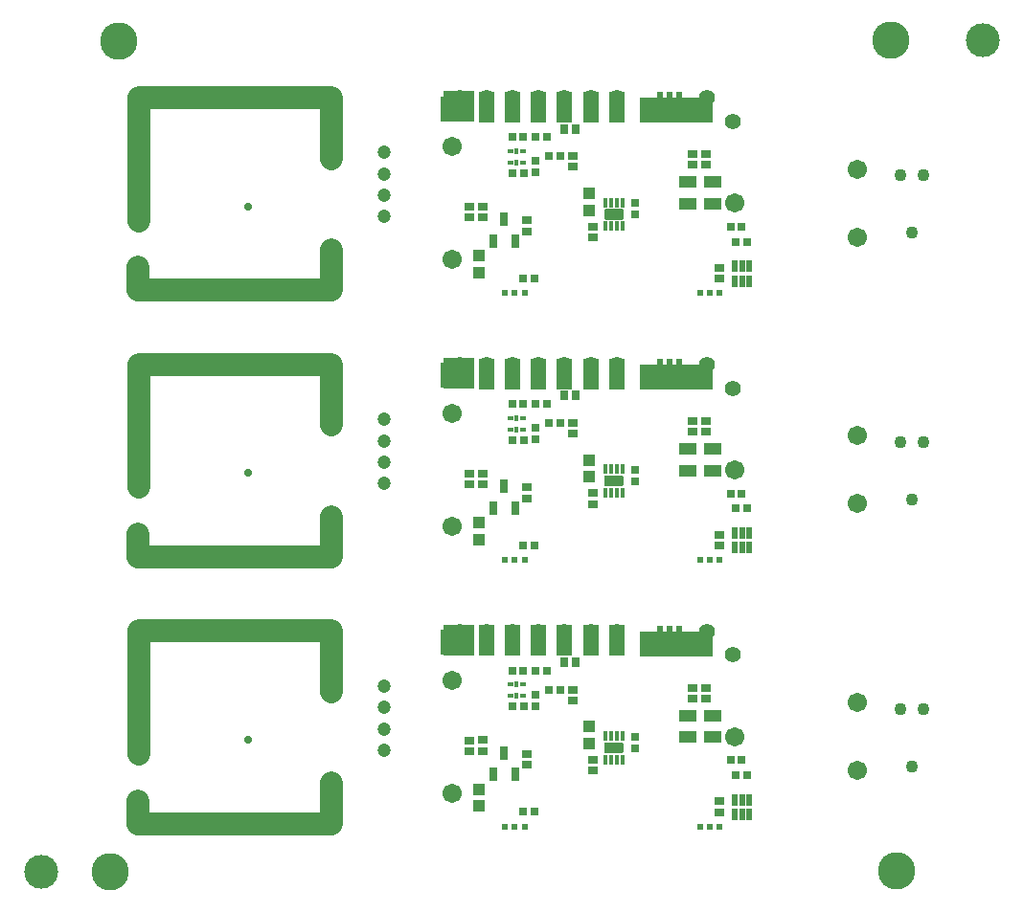
<source format=gts>
G04*
G04 #@! TF.GenerationSoftware,Altium Limited,Altium Designer,19.1.8 (144)*
G04*
G04 Layer_Color=8388736*
%FSAX25Y25*%
%MOIN*%
G70*
G01*
G75*
%ADD31C,0.04724*%
%ADD79R,0.25591X0.08511*%
%ADD80R,0.11575X0.09055*%
%ADD81C,0.07874*%
%ADD82C,0.11811*%
%ADD83R,0.02769X0.03162*%
%ADD84R,0.03320X0.03162*%
%ADD85R,0.02375X0.04343*%
%ADD86R,0.02690X0.04540*%
%ADD87R,0.10642X0.10642*%
%ADD88R,0.03950X0.03950*%
%ADD89R,0.02165X0.01772*%
%ADD90R,0.01575X0.01968*%
%ADD91R,0.05524X0.10642*%
%ADD92R,0.03162X0.02769*%
%ADD93R,0.01772X0.03347*%
%ADD94R,0.02769X0.02769*%
%ADD95R,0.03162X0.03320*%
%ADD96R,0.05918X0.04343*%
%ADD97C,0.13005*%
%ADD98C,0.02375*%
%ADD99C,0.05524*%
%ADD100C,0.04343*%
%ADD101C,0.06706*%
%ADD102C,0.02769*%
G36*
X0328823Y0343785D02*
X0328823Y0343785D01*
X0328823Y0343785D01*
X0328849Y0343784D01*
X0328875Y0343782D01*
X0328875Y0343782D01*
X0328876Y0343782D01*
X0328899Y0343777D01*
X0328926Y0343772D01*
X0328927Y0343772D01*
X0328927Y0343772D01*
X0328951Y0343763D01*
X0328976Y0343755D01*
X0328976Y0343755D01*
X0328977Y0343755D01*
X0329001Y0343743D01*
X0329023Y0343732D01*
X0329023Y0343731D01*
X0329024Y0343731D01*
X0329045Y0343717D01*
X0329067Y0343703D01*
X0329067Y0343702D01*
X0329067Y0343702D01*
X0329087Y0343685D01*
X0329106Y0343668D01*
X0329106Y0343668D01*
X0329107Y0343668D01*
X0329122Y0343649D01*
X0329141Y0343629D01*
X0329141Y0343628D01*
X0329141Y0343628D01*
X0329154Y0343608D01*
X0329170Y0343585D01*
X0329170Y0343585D01*
X0329170Y0343584D01*
X0329181Y0343562D01*
X0329193Y0343538D01*
X0329193Y0343538D01*
X0329193Y0343537D01*
X0329202Y0343511D01*
X0329210Y0343488D01*
X0329210Y0343488D01*
X0329210Y0343488D01*
X0329216Y0343460D01*
X0329220Y0343437D01*
X0329220Y0343437D01*
X0329220Y0343436D01*
X0329222Y0343409D01*
X0329223Y0343385D01*
X0329223Y0343384D01*
X0329223Y0343384D01*
X0329219Y0340471D01*
X0329217Y0340446D01*
X0329215Y0340420D01*
X0329215Y0340419D01*
X0329215Y0340419D01*
X0329210Y0340396D01*
X0329205Y0340368D01*
X0329205Y0340368D01*
X0329205Y0340368D01*
X0329197Y0340345D01*
X0329188Y0340318D01*
X0329188Y0340318D01*
X0329188Y0340318D01*
X0329177Y0340296D01*
X0329165Y0340271D01*
X0329165Y0340271D01*
X0329165Y0340271D01*
X0329150Y0340249D01*
X0329136Y0340228D01*
X0329136Y0340228D01*
X0329135Y0340227D01*
X0329117Y0340207D01*
X0329101Y0340188D01*
X0329101Y0340188D01*
X0329101Y0340188D01*
X0329082Y0340171D01*
X0329062Y0340154D01*
X0329062Y0340154D01*
X0329061Y0340153D01*
X0329039Y0340139D01*
X0329018Y0340125D01*
X0329018Y0340125D01*
X0329018Y0340124D01*
X0328992Y0340112D01*
X0328971Y0340102D01*
X0328971Y0340101D01*
X0328971Y0340101D01*
X0328943Y0340092D01*
X0328922Y0340085D01*
X0328921Y0340085D01*
X0328921Y0340085D01*
X0328892Y0340079D01*
X0328870Y0340074D01*
X0328870Y0340074D01*
X0328869Y0340074D01*
X0328842Y0340073D01*
X0328818Y0340071D01*
X0328817D01*
X0323091Y0340071D01*
X0323091D01*
X0323060Y0340073D01*
X0323039Y0340074D01*
X0323039Y0340074D01*
X0323039D01*
X0323018Y0340079D01*
X0322987Y0340085D01*
X0322987Y0340085D01*
X0322985Y0340086D01*
X0322938Y0340102D01*
X0322891Y0340125D01*
X0322891Y0340125D01*
X0322891Y0340125D01*
X0322876Y0340135D01*
X0322847Y0340154D01*
X0322847Y0340154D01*
X0322847Y0340154D01*
X0322826Y0340173D01*
X0322808Y0340189D01*
X0322808Y0340189D01*
X0322808Y0340189D01*
X0322792Y0340207D01*
X0322773Y0340228D01*
X0322773Y0340228D01*
X0322773Y0340228D01*
X0322754Y0340257D01*
X0322744Y0340271D01*
X0322744Y0340272D01*
X0322744Y0340272D01*
X0322721Y0340319D01*
X0322705Y0340366D01*
X0322704Y0340368D01*
X0322704Y0340368D01*
X0322698Y0340399D01*
X0322694Y0340420D01*
Y0340420D01*
X0322694Y0340420D01*
X0322692Y0340441D01*
X0322690Y0340472D01*
Y0340472D01*
Y0340472D01*
X0322691Y0343386D01*
X0322694Y0343438D01*
X0322699Y0343459D01*
X0322705Y0343490D01*
X0322722Y0343539D01*
X0322745Y0343586D01*
X0322745Y0343586D01*
X0322774Y0343630D01*
X0322804Y0343664D01*
X0322809Y0343669D01*
X0322809D01*
Y0343669D01*
X0322814Y0343674D01*
X0322848Y0343704D01*
X0322892Y0343733D01*
X0322892Y0343733D01*
X0322939Y0343756D01*
X0322988Y0343773D01*
X0323019Y0343779D01*
X0323040Y0343783D01*
X0323092Y0343787D01*
X0323092D01*
X0328823Y0343785D01*
D02*
G37*
G36*
Y0250872D02*
X0328823Y0250872D01*
X0328823Y0250872D01*
X0328849Y0250870D01*
X0328875Y0250869D01*
X0328875Y0250869D01*
X0328876Y0250869D01*
X0328899Y0250864D01*
X0328926Y0250858D01*
X0328927Y0250858D01*
X0328927Y0250858D01*
X0328951Y0250850D01*
X0328976Y0250841D01*
X0328976Y0250841D01*
X0328977Y0250841D01*
X0329001Y0250829D01*
X0329023Y0250818D01*
X0329023Y0250818D01*
X0329024Y0250818D01*
X0329045Y0250803D01*
X0329067Y0250789D01*
X0329067Y0250789D01*
X0329067Y0250789D01*
X0329087Y0250771D01*
X0329106Y0250754D01*
X0329106Y0250754D01*
X0329107Y0250754D01*
X0329122Y0250736D01*
X0329141Y0250715D01*
X0329141Y0250715D01*
X0329141Y0250715D01*
X0329154Y0250695D01*
X0329170Y0250672D01*
X0329170Y0250671D01*
X0329170Y0250671D01*
X0329181Y0250648D01*
X0329193Y0250624D01*
X0329193Y0250624D01*
X0329193Y0250624D01*
X0329202Y0250598D01*
X0329210Y0250575D01*
X0329210Y0250574D01*
X0329210Y0250574D01*
X0329216Y0250547D01*
X0329220Y0250523D01*
X0329220Y0250523D01*
X0329220Y0250523D01*
X0329222Y0250496D01*
X0329223Y0250471D01*
X0329223Y0250471D01*
X0329223Y0250470D01*
X0329219Y0247558D01*
X0329217Y0247532D01*
X0329215Y0247506D01*
X0329215Y0247506D01*
X0329215Y0247505D01*
X0329210Y0247482D01*
X0329205Y0247455D01*
X0329205Y0247454D01*
X0329205Y0247454D01*
X0329197Y0247432D01*
X0329188Y0247405D01*
X0329188Y0247405D01*
X0329188Y0247404D01*
X0329177Y0247383D01*
X0329165Y0247358D01*
X0329165Y0247358D01*
X0329165Y0247357D01*
X0329150Y0247336D01*
X0329136Y0247314D01*
X0329136Y0247314D01*
X0329135Y0247314D01*
X0329117Y0247293D01*
X0329101Y0247275D01*
X0329101Y0247275D01*
X0329101Y0247274D01*
X0329082Y0247258D01*
X0329062Y0247240D01*
X0329062Y0247240D01*
X0329061Y0247240D01*
X0329039Y0247225D01*
X0329018Y0247211D01*
X0329018Y0247211D01*
X0329018Y0247211D01*
X0328992Y0247199D01*
X0328971Y0247188D01*
X0328971Y0247188D01*
X0328971Y0247188D01*
X0328943Y0247179D01*
X0328922Y0247171D01*
X0328921Y0247171D01*
X0328921Y0247171D01*
X0328892Y0247165D01*
X0328870Y0247161D01*
X0328870Y0247161D01*
X0328869Y0247161D01*
X0328842Y0247159D01*
X0328818Y0247158D01*
X0328817D01*
X0323091Y0247158D01*
X0323091D01*
X0323060Y0247160D01*
X0323039Y0247161D01*
X0323039Y0247161D01*
X0323039D01*
X0323018Y0247165D01*
X0322987Y0247171D01*
X0322987Y0247171D01*
X0322985Y0247172D01*
X0322938Y0247188D01*
X0322891Y0247211D01*
X0322891Y0247211D01*
X0322891Y0247212D01*
X0322876Y0247221D01*
X0322847Y0247240D01*
X0322847Y0247241D01*
X0322847Y0247241D01*
X0322826Y0247259D01*
X0322808Y0247275D01*
X0322808Y0247275D01*
X0322808Y0247275D01*
X0322792Y0247293D01*
X0322773Y0247315D01*
X0322773Y0247315D01*
X0322773Y0247315D01*
X0322754Y0247343D01*
X0322744Y0247358D01*
X0322744Y0247358D01*
X0322744Y0247358D01*
X0322721Y0247405D01*
X0322705Y0247453D01*
X0322704Y0247455D01*
X0322704Y0247455D01*
X0322698Y0247486D01*
X0322694Y0247506D01*
Y0247506D01*
X0322694Y0247506D01*
X0322692Y0247528D01*
X0322690Y0247559D01*
Y0247559D01*
Y0247559D01*
X0322691Y0250472D01*
X0322694Y0250525D01*
X0322699Y0250545D01*
X0322705Y0250576D01*
X0322722Y0250626D01*
X0322745Y0250673D01*
X0322745Y0250673D01*
X0322774Y0250716D01*
X0322804Y0250750D01*
X0322809Y0250756D01*
X0322809D01*
Y0250756D01*
X0322814Y0250761D01*
X0322848Y0250790D01*
X0322892Y0250819D01*
X0322892Y0250819D01*
X0322939Y0250843D01*
X0322988Y0250859D01*
X0323019Y0250866D01*
X0323040Y0250870D01*
X0323092Y0250873D01*
X0323092D01*
X0328823Y0250872D01*
D02*
G37*
G36*
Y0157959D02*
X0328823Y0157958D01*
X0328823Y0157959D01*
X0328849Y0157957D01*
X0328875Y0157955D01*
X0328875Y0157955D01*
X0328876Y0157955D01*
X0328899Y0157950D01*
X0328926Y0157945D01*
X0328927Y0157945D01*
X0328927Y0157945D01*
X0328951Y0157937D01*
X0328976Y0157928D01*
X0328976Y0157928D01*
X0328977Y0157928D01*
X0329001Y0157916D01*
X0329023Y0157905D01*
X0329023Y0157905D01*
X0329024Y0157905D01*
X0329045Y0157890D01*
X0329067Y0157876D01*
X0329067Y0157876D01*
X0329067Y0157875D01*
X0329087Y0157858D01*
X0329106Y0157841D01*
X0329106Y0157841D01*
X0329107Y0157841D01*
X0329122Y0157823D01*
X0329141Y0157802D01*
X0329141Y0157801D01*
X0329141Y0157801D01*
X0329154Y0157781D01*
X0329170Y0157758D01*
X0329170Y0157758D01*
X0329170Y0157757D01*
X0329181Y0157735D01*
X0329193Y0157711D01*
X0329193Y0157711D01*
X0329193Y0157711D01*
X0329202Y0157685D01*
X0329210Y0157661D01*
X0329210Y0157661D01*
X0329210Y0157661D01*
X0329216Y0157633D01*
X0329220Y0157610D01*
X0329220Y0157610D01*
X0329220Y0157609D01*
X0329222Y0157583D01*
X0329223Y0157558D01*
X0329223Y0157557D01*
X0329223Y0157557D01*
X0329219Y0154644D01*
X0329217Y0154619D01*
X0329215Y0154593D01*
X0329215Y0154592D01*
X0329215Y0154592D01*
X0329210Y0154569D01*
X0329205Y0154541D01*
X0329205Y0154541D01*
X0329205Y0154541D01*
X0329197Y0154518D01*
X0329188Y0154492D01*
X0329188Y0154491D01*
X0329188Y0154491D01*
X0329177Y0154469D01*
X0329165Y0154445D01*
X0329165Y0154444D01*
X0329165Y0154444D01*
X0329150Y0154423D01*
X0329136Y0154401D01*
X0329136Y0154401D01*
X0329135Y0154401D01*
X0329117Y0154380D01*
X0329101Y0154362D01*
X0329101Y0154361D01*
X0329101Y0154361D01*
X0329082Y0154344D01*
X0329062Y0154327D01*
X0329062Y0154327D01*
X0329061Y0154327D01*
X0329039Y0154312D01*
X0329018Y0154298D01*
X0329018Y0154298D01*
X0329018Y0154298D01*
X0328992Y0154285D01*
X0328971Y0154275D01*
X0328971Y0154275D01*
X0328971Y0154274D01*
X0328943Y0154265D01*
X0328922Y0154258D01*
X0328921Y0154258D01*
X0328921Y0154258D01*
X0328892Y0154252D01*
X0328870Y0154248D01*
X0328870Y0154248D01*
X0328869Y0154247D01*
X0328842Y0154246D01*
X0328818Y0154244D01*
X0328817D01*
X0323091Y0154244D01*
X0323091D01*
X0323060Y0154246D01*
X0323039Y0154248D01*
X0323039Y0154248D01*
X0323039D01*
X0323018Y0154252D01*
X0322987Y0154258D01*
X0322987Y0154258D01*
X0322985Y0154259D01*
X0322938Y0154275D01*
X0322891Y0154298D01*
X0322891Y0154298D01*
X0322891Y0154298D01*
X0322876Y0154308D01*
X0322847Y0154327D01*
X0322847Y0154327D01*
X0322847Y0154327D01*
X0322826Y0154346D01*
X0322808Y0154362D01*
X0322808Y0154362D01*
X0322808Y0154362D01*
X0322792Y0154380D01*
X0322773Y0154401D01*
X0322773Y0154401D01*
X0322773Y0154401D01*
X0322754Y0154430D01*
X0322744Y0154445D01*
X0322744Y0154445D01*
X0322744Y0154445D01*
X0322721Y0154492D01*
X0322705Y0154540D01*
X0322704Y0154541D01*
X0322704Y0154542D01*
X0322698Y0154573D01*
X0322694Y0154593D01*
Y0154593D01*
X0322694Y0154593D01*
X0322692Y0154614D01*
X0322690Y0154645D01*
Y0154645D01*
Y0154645D01*
X0322691Y0157559D01*
X0322694Y0157611D01*
X0322699Y0157632D01*
X0322705Y0157663D01*
X0322722Y0157712D01*
X0322745Y0157759D01*
X0322745Y0157759D01*
X0322774Y0157803D01*
X0322804Y0157837D01*
X0322809Y0157842D01*
X0322809D01*
Y0157842D01*
X0322814Y0157847D01*
X0322848Y0157877D01*
X0322892Y0157906D01*
X0322892Y0157906D01*
X0322939Y0157929D01*
X0322988Y0157946D01*
X0323019Y0157952D01*
X0323040Y0157956D01*
X0323092Y0157960D01*
X0323092D01*
X0328823Y0157959D01*
D02*
G37*
D31*
X0246181Y0155276D02*
D03*
X0246142Y0170118D02*
D03*
X0246063Y0177717D02*
D03*
X0246142Y0162677D02*
D03*
X0246181Y0248189D02*
D03*
X0246142Y0263032D02*
D03*
X0246063Y0270630D02*
D03*
X0246142Y0255591D02*
D03*
X0246181Y0341102D02*
D03*
X0246142Y0355945D02*
D03*
X0246063Y0363543D02*
D03*
X0246142Y0348504D02*
D03*
D79*
X0347874Y0378224D02*
D03*
Y0285311D02*
D03*
Y0192397D02*
D03*
D80*
X0271339Y0378740D02*
D03*
Y0285826D02*
D03*
Y0192913D02*
D03*
D81*
X0227874Y0129646D02*
Y0143780D01*
X0160472Y0129646D02*
X0227874D01*
X0160472D02*
Y0137638D01*
X0227677Y0175591D02*
Y0196811D01*
X0160669D02*
X0227677D01*
X0160669Y0153858D02*
Y0196811D01*
X0227874Y0222559D02*
Y0236693D01*
X0160472Y0222559D02*
X0227874D01*
X0160472D02*
Y0230551D01*
X0227677Y0268504D02*
Y0289724D01*
X0160669D02*
X0227677D01*
X0160669Y0246772D02*
Y0289724D01*
X0227874Y0315473D02*
Y0329606D01*
X0160472Y0315473D02*
X0227874D01*
X0160472D02*
Y0323465D01*
X0227677Y0361417D02*
Y0382638D01*
X0160669D02*
X0227677D01*
X0160669Y0339685D02*
Y0382638D01*
D82*
X0126772Y0112992D02*
D03*
X0454528Y0402559D02*
D03*
D83*
X0366575Y0337598D02*
D03*
X0370512D02*
D03*
X0294567Y0356299D02*
D03*
X0290630D02*
D03*
X0307401Y0362244D02*
D03*
X0303465D02*
D03*
X0294528Y0368818D02*
D03*
X0290591D02*
D03*
X0302638Y0368897D02*
D03*
X0298701D02*
D03*
X0372441Y0332362D02*
D03*
X0368504D02*
D03*
X0298307Y0319606D02*
D03*
X0294370D02*
D03*
X0366575Y0244685D02*
D03*
X0370512D02*
D03*
X0294567Y0263385D02*
D03*
X0290630D02*
D03*
X0307401Y0269330D02*
D03*
X0303465D02*
D03*
X0294528Y0275905D02*
D03*
X0290591D02*
D03*
X0302638Y0275984D02*
D03*
X0298701D02*
D03*
X0372441Y0239448D02*
D03*
X0368504D02*
D03*
X0298307Y0226692D02*
D03*
X0294370D02*
D03*
X0366575Y0151771D02*
D03*
X0370512D02*
D03*
X0294567Y0170472D02*
D03*
X0290630D02*
D03*
X0307401Y0176417D02*
D03*
X0303465D02*
D03*
X0294528Y0182992D02*
D03*
X0290591D02*
D03*
X0302638Y0183070D02*
D03*
X0298701D02*
D03*
X0372441Y0146535D02*
D03*
X0368504D02*
D03*
X0298307Y0133779D02*
D03*
X0294370D02*
D03*
D84*
X0362598Y0319527D02*
D03*
Y0323307D02*
D03*
X0295787Y0339763D02*
D03*
Y0335984D02*
D03*
X0353465Y0362913D02*
D03*
Y0359133D02*
D03*
X0357992Y0362913D02*
D03*
Y0359133D02*
D03*
X0275787Y0340787D02*
D03*
Y0344566D02*
D03*
X0280276Y0340826D02*
D03*
Y0344606D02*
D03*
X0311575Y0362244D02*
D03*
Y0358464D02*
D03*
X0318583Y0337755D02*
D03*
Y0333976D02*
D03*
X0362598Y0226614D02*
D03*
Y0230393D02*
D03*
X0295787Y0246850D02*
D03*
Y0243070D02*
D03*
X0353465Y0270000D02*
D03*
Y0266220D02*
D03*
X0357992Y0270000D02*
D03*
Y0266220D02*
D03*
X0275787Y0247873D02*
D03*
Y0251653D02*
D03*
X0280276Y0247913D02*
D03*
Y0251692D02*
D03*
X0311575Y0269330D02*
D03*
Y0265551D02*
D03*
X0318583Y0244842D02*
D03*
Y0241062D02*
D03*
X0362598Y0133700D02*
D03*
Y0137480D02*
D03*
X0295787Y0153936D02*
D03*
Y0150157D02*
D03*
X0353465Y0177086D02*
D03*
Y0173307D02*
D03*
X0357992Y0177086D02*
D03*
Y0173307D02*
D03*
X0275787Y0154960D02*
D03*
Y0158740D02*
D03*
X0280276Y0154999D02*
D03*
Y0158779D02*
D03*
X0311575Y0176417D02*
D03*
Y0172637D02*
D03*
X0318583Y0151929D02*
D03*
Y0148149D02*
D03*
D85*
X0373110Y0323818D02*
D03*
X0370551D02*
D03*
X0367992D02*
D03*
Y0318700D02*
D03*
X0370551D02*
D03*
X0373110D02*
D03*
Y0230905D02*
D03*
X0370551D02*
D03*
X0367992D02*
D03*
Y0225787D02*
D03*
X0370551D02*
D03*
X0373110D02*
D03*
Y0137992D02*
D03*
X0370551D02*
D03*
X0367992D02*
D03*
Y0132873D02*
D03*
X0370551D02*
D03*
X0373110D02*
D03*
D86*
X0283976Y0332598D02*
D03*
X0291614D02*
D03*
X0287795Y0340236D02*
D03*
X0283976Y0239685D02*
D03*
X0291614D02*
D03*
X0287795Y0247322D02*
D03*
X0283976Y0146771D02*
D03*
X0291614D02*
D03*
X0287795Y0154409D02*
D03*
D87*
X0272047Y0379448D02*
D03*
Y0286535D02*
D03*
Y0193622D02*
D03*
D88*
X0279055Y0321614D02*
D03*
Y0327519D02*
D03*
X0317283Y0349291D02*
D03*
Y0343385D02*
D03*
X0279055Y0228700D02*
D03*
Y0234606D02*
D03*
X0317283Y0256377D02*
D03*
Y0250472D02*
D03*
X0279055Y0135787D02*
D03*
Y0141692D02*
D03*
X0317283Y0163464D02*
D03*
Y0157559D02*
D03*
D89*
X0290118Y0363936D02*
D03*
X0294291D02*
D03*
X0290118Y0359999D02*
D03*
X0294291D02*
D03*
X0290118Y0271023D02*
D03*
X0294291D02*
D03*
X0290118Y0267086D02*
D03*
X0294291D02*
D03*
X0290118Y0178110D02*
D03*
X0294291D02*
D03*
X0290118Y0174173D02*
D03*
X0294291D02*
D03*
D90*
X0292205Y0363936D02*
D03*
Y0359999D02*
D03*
Y0271023D02*
D03*
Y0267086D02*
D03*
Y0178110D02*
D03*
Y0174173D02*
D03*
D91*
X0308858Y0379330D02*
D03*
X0299803D02*
D03*
X0290748D02*
D03*
X0281693Y0379330D02*
D03*
X0326968Y0379330D02*
D03*
X0317913D02*
D03*
X0308858Y0286417D02*
D03*
X0299803D02*
D03*
X0290748D02*
D03*
X0281693Y0286417D02*
D03*
X0326968Y0286417D02*
D03*
X0317913D02*
D03*
X0308858Y0193503D02*
D03*
X0299803D02*
D03*
X0290748D02*
D03*
X0281693Y0193503D02*
D03*
X0326968Y0193503D02*
D03*
X0317913D02*
D03*
D92*
X0298819Y0356574D02*
D03*
Y0360511D02*
D03*
X0333268Y0345787D02*
D03*
Y0341850D02*
D03*
X0298819Y0263661D02*
D03*
Y0267598D02*
D03*
X0333268Y0252873D02*
D03*
Y0248937D02*
D03*
X0298819Y0170747D02*
D03*
Y0174685D02*
D03*
X0333268Y0159960D02*
D03*
Y0156023D02*
D03*
D93*
X0322992Y0337795D02*
D03*
X0324961D02*
D03*
X0326929D02*
D03*
X0328898D02*
D03*
Y0346062D02*
D03*
X0326929D02*
D03*
X0324961D02*
D03*
X0322992D02*
D03*
Y0244881D02*
D03*
X0324961D02*
D03*
X0326929D02*
D03*
X0328898D02*
D03*
Y0253149D02*
D03*
X0326929D02*
D03*
X0324961D02*
D03*
X0322992D02*
D03*
Y0151968D02*
D03*
X0324961D02*
D03*
X0326929D02*
D03*
X0328898D02*
D03*
Y0160236D02*
D03*
X0326929D02*
D03*
X0324961D02*
D03*
X0322992D02*
D03*
D94*
X0325945Y0341929D02*
D03*
Y0249015D02*
D03*
Y0156102D02*
D03*
D95*
X0312598Y0371692D02*
D03*
X0308819D02*
D03*
X0312598Y0278779D02*
D03*
X0308819D02*
D03*
X0312598Y0185866D02*
D03*
X0308819D02*
D03*
D96*
X0360236Y0353149D02*
D03*
Y0345669D02*
D03*
X0351693Y0353149D02*
D03*
Y0345669D02*
D03*
X0360236Y0260236D02*
D03*
Y0252755D02*
D03*
X0351693Y0260236D02*
D03*
Y0252755D02*
D03*
X0360236Y0167322D02*
D03*
Y0159842D02*
D03*
X0351693Y0167322D02*
D03*
Y0159842D02*
D03*
D97*
X0424410Y0113189D02*
D03*
X0422244Y0402559D02*
D03*
X0150787Y0112992D02*
D03*
X0153740Y0402362D02*
D03*
D98*
X0356102Y0314566D02*
D03*
X0359449D02*
D03*
X0362795D02*
D03*
X0288189D02*
D03*
X0294882D02*
D03*
X0348583Y0383464D02*
D03*
X0345236D02*
D03*
X0341890D02*
D03*
X0291535Y0314566D02*
D03*
X0356102Y0221653D02*
D03*
X0359449D02*
D03*
X0362795D02*
D03*
X0288189D02*
D03*
X0294882D02*
D03*
X0348583Y0290551D02*
D03*
X0345236D02*
D03*
X0341890D02*
D03*
X0291535Y0221653D02*
D03*
X0356102Y0128740D02*
D03*
X0359449D02*
D03*
X0362795D02*
D03*
X0288189D02*
D03*
X0294882D02*
D03*
X0348583Y0197637D02*
D03*
X0345236D02*
D03*
X0341890D02*
D03*
X0291535Y0128740D02*
D03*
D99*
X0358239Y0382480D02*
D03*
X0367244Y0374330D02*
D03*
X0326991Y0382480D02*
D03*
X0317917D02*
D03*
X0308869D02*
D03*
X0299822D02*
D03*
X0290748D02*
D03*
X0272239D02*
D03*
X0281690D02*
D03*
X0358239Y0289566D02*
D03*
X0367244Y0281417D02*
D03*
X0326991Y0289566D02*
D03*
X0317917D02*
D03*
X0308869D02*
D03*
X0299822D02*
D03*
X0290748D02*
D03*
X0272239D02*
D03*
X0281690D02*
D03*
X0358239Y0196653D02*
D03*
X0367244Y0188503D02*
D03*
X0326991Y0196653D02*
D03*
X0317917D02*
D03*
X0308869D02*
D03*
X0299822D02*
D03*
X0290748D02*
D03*
X0272239D02*
D03*
X0281690D02*
D03*
D100*
X0429587Y0335551D02*
D03*
X0433587Y0355551D02*
D03*
X0425587D02*
D03*
X0429587Y0242637D02*
D03*
X0433587Y0262637D02*
D03*
X0425587D02*
D03*
X0429587Y0149724D02*
D03*
X0433587Y0169724D02*
D03*
X0425587D02*
D03*
D101*
X0368110Y0345866D02*
D03*
X0269701Y0365551D02*
D03*
Y0326181D02*
D03*
X0410827Y0357677D02*
D03*
Y0334055D02*
D03*
X0368110Y0252952D02*
D03*
X0269701Y0272637D02*
D03*
Y0233267D02*
D03*
X0410827Y0264763D02*
D03*
Y0241141D02*
D03*
X0368110Y0160039D02*
D03*
X0269701Y0179724D02*
D03*
Y0140354D02*
D03*
X0410827Y0171850D02*
D03*
Y0148228D02*
D03*
D102*
X0198622Y0158858D02*
D03*
Y0251772D02*
D03*
Y0344685D02*
D03*
M02*

</source>
